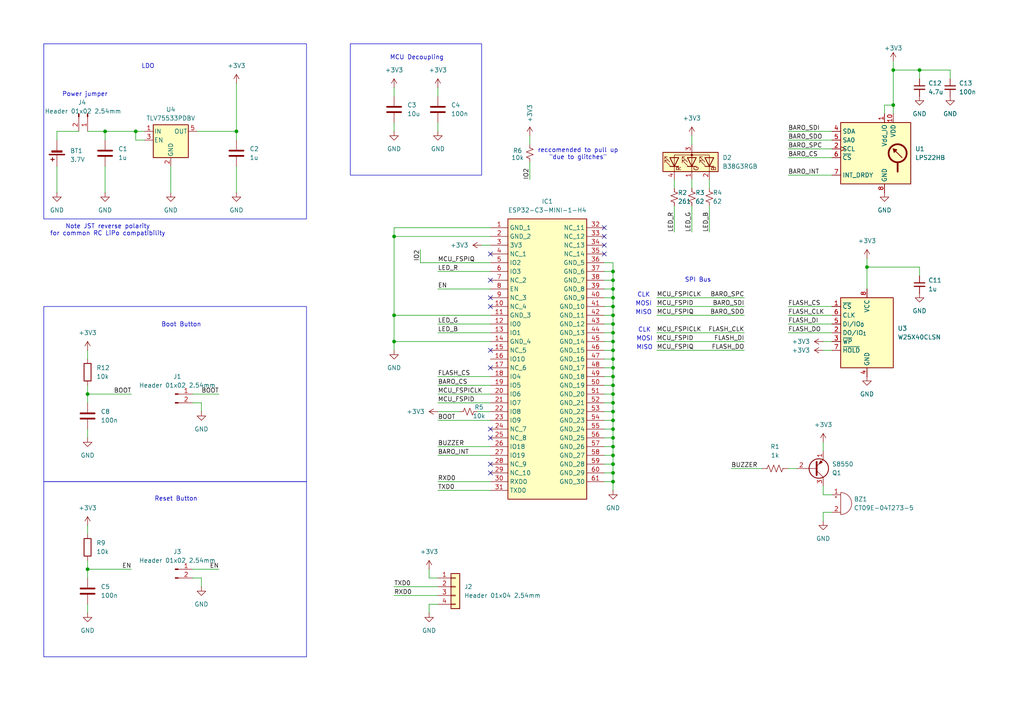
<source format=kicad_sch>
(kicad_sch (version 20250114) (generator "eeschema") (generator_version "9.0")
  (paper "A4")
  (lib_symbols
    (symbol "Connector:Conn_01x02_Pin" (pin_names (offset 1.016) (hide yes))
      (property "Reference" "J" (at 0 2.54 0))
      (property "Value" "Conn_01x02_Pin" (at 0 -5.08 0))
      (symbol "Conn_01x02_Pin_1_1"
        (rectangle (start 0.8636 0.127) (end 0 -0.127) (stroke (width 0.1524)) (fill (type outline)))
        (rectangle (start 0.8636 -2.413) (end 0 -2.667) (stroke (width 0.1524)) (fill (type outline)))
        (polyline (pts (xy 1.27 0) (xy 0.8636 0)) (stroke (width 0.1524)))
        (polyline (pts (xy 1.27 -2.54) (xy 0.8636 -2.54)) (stroke (width 0.1524)))
        (pin passive line (at 5.08 0 180) (length 3.81) (name "Pin_1") (number "1"))
        (pin passive line (at 5.08 -2.54 180) (length 3.81) (name "Pin_2") (number "2"))
      )
    )
    (symbol "Connector_Generic:Conn_01x04" (pin_names (offset 1.016) (hide yes))
      (property "Reference" "J" (at 0 5.08 0))
      (property "Value" "Conn_01x04" (at 0 -7.62 0))
      (symbol "Conn_01x04_1_1"
        (rectangle (start -1.27 3.81) (end 1.27 -6.35) (stroke (width 0.254)) (fill (type background)))
        (rectangle (start -1.27 2.667) (end 0 2.413) (stroke (width 0.1524)))
        (rectangle (start -1.27 0.127) (end 0 -0.127) (stroke (width 0.1524)))
        (rectangle (start -1.27 -2.413) (end 0 -2.667) (stroke (width 0.1524)))
        (rectangle (start -1.27 -4.953) (end 0 -5.207) (stroke (width 0.1524)))
        (pin passive line (at -5.08 2.54 0) (length 3.81) (name "Pin_1") (number "1"))
        (pin passive line (at -5.08 0 0) (length 3.81) (name "Pin_2") (number "2"))
        (pin passive line (at -5.08 -2.54 0) (length 3.81) (name "Pin_3") (number "3"))
        (pin passive line (at -5.08 -5.08 0) (length 3.81) (name "Pin_4") (number "4"))
      )
    )
    (symbol "Device:Battery_Cell" (pin_numbers (hide yes)) (pin_names (offset 0) (hide yes))
      (property "Reference" "BT" (at 2.54 2.54 0))
      (property "Value" "Battery_Cell" (at 2.54 0 0))
      (symbol "Battery_Cell_0_1"
        (rectangle (start -2.286 1.778) (end 2.286 1.524) (fill (type outline)))
        (rectangle (start -1.524 1.016) (end 1.524 0.508) (fill (type outline)))
        (polyline (pts (xy 0 1.778) (xy 0 2.54)))
        (polyline (pts (xy 0 0.762) (xy 0 0)))
        (polyline (pts (xy 0.762 3.048) (xy 1.778 3.048)) (stroke (width 0.254)))
        (polyline (pts (xy 1.27 3.556) (xy 1.27 2.54)) (stroke (width 0.254)))
      )
      (symbol "Battery_Cell_1_1"
        (pin passive line (at 0 5.08 270) (length 2.54) (name "+") (number "1"))
        (pin passive line (at 0 -2.54 90) (length 2.54) (name "-") (number "2"))
      )
    )
    (symbol "Device:Buzzer" (pin_names (offset 0.0254) (hide yes))
      (property "Reference" "BZ" (at 3.81 1.27 0))
      (property "Value" "Buzzer" (at 3.81 -1.27 0))
      (symbol "Buzzer_0_1"
        (polyline (pts (xy -1.651 1.905) (xy -1.143 1.905)))
        (polyline (pts (xy -1.397 2.159) (xy -1.397 1.651)))
        (arc (start 0 3.175) (mid 3.1612 0) (end 0 -3.175))
        (polyline (pts (xy 0 3.175) (xy 0 -3.175)))
      )
      (symbol "Buzzer_1_1"
        (pin passive line (at -2.54 2.54 0) (length 2.54) (name "+") (number "1"))
        (pin passive line (at -2.54 -2.54 0) (length 2.54) (name "-") (number "2"))
      )
    )
    (symbol "Device:C" (pin_numbers (hide yes)) (pin_names (offset 0.254))
      (property "Reference" "C" (at 0.635 2.54 0))
      (property "Value" "C" (at 0.635 -2.54 0))
      (symbol "C_0_1"
        (polyline (pts (xy -2.032 0.762) (xy 2.032 0.762)) (stroke (width 0.508)))
        (polyline (pts (xy -2.032 -0.762) (xy 2.032 -0.762)) (stroke (width 0.508)))
      )
      (symbol "C_1_1"
        (pin passive line (at 0 3.81 270) (length 2.794) (name "~") (number "1"))
        (pin passive line (at 0 -3.81 90) (length 2.794) (name "~") (number "2"))
      )
    )
    (symbol "Device:C_Small" (pin_numbers (hide yes)) (pin_names (offset 0.254) (hide yes))
      (property "Reference" "C" (at 0.254 1.778 0))
      (property "Value" "C_Small" (at 0.254 -2.032 0))
      (symbol "C_Small_0_1"
        (polyline (pts (xy -1.524 0.508) (xy 1.524 0.508)) (stroke (width 0.3048)))
        (polyline (pts (xy -1.524 -0.508) (xy 1.524 -0.508)) (stroke (width 0.3302)))
      )
      (symbol "C_Small_1_1"
        (pin passive line (at 0 2.54 270) (length 2.032) (name "~") (number "1"))
        (pin passive line (at 0 -2.54 90) (length 2.032) (name "~") (number "2"))
      )
    )
    (symbol "Device:LED_GBAR" (pin_names (offset 0) (hide yes))
      (property "Reference" "D" (at 0 9.398 0))
      (property "Value" "LED_GBAR" (at 0 -8.89 0))
      (symbol "LED_GBAR_0_0"
        (text "R" (at -1.905 3.81 0) (effects (font (size 1.27 1.27))))
        (text "G" (at -1.905 -1.27 0) (effects (font (size 1.27 1.27))))
        (text "B" (at -1.905 -6.35 0) (effects (font (size 1.27 1.27))))
      )
      (symbol "LED_GBAR_0_1"
        (polyline (pts (xy -1.27 6.35) (xy -1.27 3.81)) (stroke (width 0.254)))
        (polyline (pts (xy -1.27 6.35) (xy -1.27 3.81) (xy -1.27 3.81)))
        (polyline (pts (xy -1.27 5.08) (xy -2.54 5.08)))
        (polyline (pts (xy -1.27 5.08) (xy 1.27 5.08)))
        (polyline (pts (xy -1.27 1.27) (xy -1.27 -1.27)) (stroke (width 0.254)))
        (polyline (pts (xy -1.27 1.27) (xy -1.27 -1.27) (xy -1.27 -1.27)))
        (polyline (pts (xy -1.27 0) (xy -2.54 0)))
        (polyline (pts (xy -1.27 -3.81) (xy -1.27 -6.35)) (stroke (width 0.254)))
        (polyline (pts (xy -1.27 -5.08) (xy -2.54 -5.08)))
        (polyline (pts (xy -1.27 -5.08) (xy 1.27 -5.08)))
        (polyline (pts (xy -1.016 6.35) (xy 0.508 7.874) (xy -0.254 7.874) (xy 0.508 7.874) (xy 0.508 7.112)))
        (polyline (pts (xy -1.016 1.27) (xy 0.508 2.794) (xy -0.254 2.794) (xy 0.508 2.794) (xy 0.508 2.032)))
        (polyline (pts (xy -1.016 -3.81) (xy 0.508 -2.286) (xy -0.254 -2.286) (xy 0.508 -2.286) (xy 0.508 -3.048)))
        (polyline (pts (xy 0 6.35) (xy 1.524 7.874) (xy 0.762 7.874) (xy 1.524 7.874) (xy 1.524 7.112)))
        (polyline (pts (xy 0 1.27) (xy 1.524 2.794) (xy 0.762 2.794) (xy 1.524 2.794) (xy 1.524 2.032)))
        (polyline (pts (xy 0 -3.81) (xy 1.524 -2.286) (xy 0.762 -2.286) (xy 1.524 -2.286) (xy 1.524 -3.048)))
        (polyline (pts (xy 1.27 6.35) (xy 1.27 3.81) (xy -1.27 5.08) (xy 1.27 6.35)) (stroke (width 0.254)))
        (rectangle (start 1.27 6.35) (end 1.27 6.35))
        (rectangle (start 1.27 3.81) (end 1.27 6.35))
        (polyline (pts (xy 1.27 1.27) (xy 1.27 -1.27) (xy -1.27 0) (xy 1.27 1.27)) (stroke (width 0.254)))
        (rectangle (start 1.27 1.27) (end 1.27 1.27))
        (polyline (pts (xy 1.27 0) (xy -1.27 0)))
        (polyline (pts (xy 1.27 0) (xy 2.54 0)))
        (rectangle (start 1.27 -1.27) (end 1.27 1.27))
        (polyline (pts (xy 1.27 -3.81) (xy 1.27 -6.35) (xy -1.27 -5.08) (xy 1.27 -3.81)) (stroke (width 0.254)))
        (polyline (pts (xy 1.27 -5.08) (xy 2.032 -5.08) (xy 2.032 5.08) (xy 1.27 5.08)))
        (circle (center 2.032 0) (radius 0.254) (fill (type outline)))
        (rectangle (start 2.794 8.382) (end -2.794 -7.62) (stroke (width 0.254)) (fill (type background)))
      )
      (symbol "LED_GBAR_1_1"
        (pin passive line (at -5.08 5.08 0) (length 2.54) (name "RK") (number "4"))
        (pin passive line (at -5.08 0 0) (length 2.54) (name "GK") (number "1"))
        (pin passive line (at -5.08 -5.08 0) (length 2.54) (name "BK") (number "2"))
        (pin passive line (at 5.08 0 180) (length 2.54) (name "A") (number "3"))
      )
    )
    (symbol "Device:R" (pin_numbers (hide yes)) (pin_names (offset 0))
      (property "Reference" "R" (at 2.032 0 90))
      (property "Value" "R" (at 0 0 90))
      (symbol "R_0_1"
        (rectangle (start -1.016 -2.54) (end 1.016 2.54) (stroke (width 0.254)))
      )
      (symbol "R_1_1"
        (pin passive line (at 0 3.81 270) (length 1.27) (name "~") (number "1"))
        (pin passive line (at 0 -3.81 90) (length 1.27) (name "~") (number "2"))
      )
    )
    (symbol "Device:R_Small_US" (pin_numbers (hide yes)) (pin_names (offset 0.254) (hide yes))
      (property "Reference" "R" (at 0.762 0.508 0))
      (property "Value" "R_Small_US" (at 0.762 -1.016 0))
      (symbol "R_Small_US_1_1"
        (polyline (pts (xy 0 1.524) (xy 1.016 1.143) (xy 0 0.762) (xy -1.016 0.381) (xy 0 0)))
        (polyline (pts (xy 0 0) (xy 1.016 -0.381) (xy 0 -0.762) (xy -1.016 -1.143) (xy 0 -1.524)))
        (pin passive line (at 0 2.54 270) (length 1.016) (name "~") (number "1"))
        (pin passive line (at 0 -2.54 90) (length 1.016) (name "~") (number "2"))
      )
    )
    (symbol "Device:R_US" (pin_numbers (hide yes)) (pin_names (offset 0))
      (property "Reference" "R" (at 2.54 0 90))
      (property "Value" "R_US" (at -2.54 0 90))
      (symbol "R_US_0_1"
        (polyline (pts (xy 0 2.286) (xy 0 2.54)))
        (polyline (pts (xy 0 2.286) (xy 1.016 1.905) (xy 0 1.524) (xy -1.016 1.143) (xy 0 0.762)))
        (polyline (pts (xy 0 0.762) (xy 1.016 0.381) (xy 0 0) (xy -1.016 -0.381) (xy 0 -0.762)))
        (polyline (pts (xy 0 -0.762) (xy 1.016 -1.143) (xy 0 -1.524) (xy -1.016 -1.905) (xy 0 -2.286)))
        (polyline (pts (xy 0 -2.286) (xy 0 -2.54)))
      )
      (symbol "R_US_1_1"
        (pin passive line (at 0 3.81 270) (length 1.27) (name "~") (number "1"))
        (pin passive line (at 0 -3.81 90) (length 1.27) (name "~") (number "2"))
      )
    )
    (symbol "ESP32-C3-MINI-1-H4:ESP32-C3-MINI-1-H4"
      (property "Reference" "IC" (at 29.21 7.62 0))
      (property "Value" "ESP32-C3-MINI-1-H4" (at 29.21 5.08 0))
      (symbol "ESP32-C3-MINI-1-H4_1_1"
        (rectangle (start 5.08 2.54) (end 27.94 -78.74) (stroke (width 0.254)) (fill (type background)))
        (pin passive line (at 0 0 0) (length 5.08) (name "GND_1") (number "1"))
        (pin passive line (at 0 -2.54 0) (length 5.08) (name "GND_2") (number "2"))
        (pin passive line (at 0 -5.08 0) (length 5.08) (name "3V3") (number "3"))
        (pin passive line (at 0 -7.62 0) (length 5.08) (name "NC_1") (number "4"))
        (pin passive line (at 0 -10.16 0) (length 5.08) (name "IO2") (number "5"))
        (pin passive line (at 0 -12.7 0) (length 5.08) (name "IO3") (number "6"))
        (pin passive line (at 0 -15.24 0) (length 5.08) (name "NC_2") (number "7"))
        (pin passive line (at 0 -17.78 0) (length 5.08) (name "EN") (number "8"))
        (pin passive line (at 0 -20.32 0) (length 5.08) (name "NC_3") (number "9"))
        (pin passive line (at 0 -22.86 0) (length 5.08) (name "NC_4") (number "10"))
        (pin passive line (at 0 -25.4 0) (length 5.08) (name "GND_3") (number "11"))
        (pin passive line (at 0 -27.94 0) (length 5.08) (name "IO0") (number "12"))
        (pin passive line (at 0 -30.48 0) (length 5.08) (name "IO1") (number "13"))
        (pin passive line (at 0 -33.02 0) (length 5.08) (name "GND_4") (number "14"))
        (pin passive line (at 0 -35.56 0) (length 5.08) (name "NC_5") (number "15"))
        (pin passive line (at 0 -38.1 0) (length 5.08) (name "IO10") (number "16"))
        (pin passive line (at 0 -40.64 0) (length 5.08) (name "NC_6") (number "17"))
        (pin passive line (at 0 -43.18 0) (length 5.08) (name "IO4") (number "18"))
        (pin passive line (at 0 -45.72 0) (length 5.08) (name "IO5") (number "19"))
        (pin passive line (at 0 -48.26 0) (length 5.08) (name "IO6") (number "20"))
        (pin passive line (at 0 -50.8 0) (length 5.08) (name "IO7") (number "21"))
        (pin passive line (at 0 -53.34 0) (length 5.08) (name "IO8") (number "22"))
        (pin passive line (at 0 -55.88 0) (length 5.08) (name "IO9") (number "23"))
        (pin passive line (at 0 -58.42 0) (length 5.08) (name "NC_7") (number "24"))
        (pin passive line (at 0 -60.96 0) (length 5.08) (name "NC_8") (number "25"))
        (pin passive line (at 0 -63.5 0) (length 5.08) (name "IO18") (number "26"))
        (pin passive line (at 0 -66.04 0) (length 5.08) (name "IO19") (number "27"))
        (pin passive line (at 0 -68.58 0) (length 5.08) (name "NC_9") (number "28"))
        (pin passive line (at 0 -71.12 0) (length 5.08) (name "NC_10") (number "29"))
        (pin passive line (at 0 -73.66 0) (length 5.08) (name "RXD0") (number "30"))
        (pin passive line (at 0 -76.2 0) (length 5.08) (name "TXD0") (number "31"))
        (pin passive line (at 33.02 0 180) (length 5.08) (name "NC_11") (number "32"))
        (pin passive line (at 33.02 -2.54 180) (length 5.08) (name "NC_12") (number "33"))
        (pin passive line (at 33.02 -5.08 180) (length 5.08) (name "NC_13") (number "34"))
        (pin passive line (at 33.02 -7.62 180) (length 5.08) (name "NC_14") (number "35"))
        (pin passive line (at 33.02 -10.16 180) (length 5.08) (name "GND_5") (number "36"))
        (pin passive line (at 33.02 -12.7 180) (length 5.08) (name "GND_6") (number "37"))
        (pin passive line (at 33.02 -15.24 180) (length 5.08) (name "GND_7") (number "38"))
        (pin passive line (at 33.02 -17.78 180) (length 5.08) (name "GND_8") (number "39"))
        (pin passive line (at 33.02 -20.32 180) (length 5.08) (name "GND_9") (number "40"))
        (pin passive line (at 33.02 -22.86 180) (length 5.08) (name "GND_10") (number "41"))
        (pin passive line (at 33.02 -25.4 180) (length 5.08) (name "GND_11") (number "42"))
        (pin passive line (at 33.02 -27.94 180) (length 5.08) (name "GND_12") (number "43"))
        (pin passive line (at 33.02 -30.48 180) (length 5.08) (name "GND_13") (number "44"))
        (pin passive line (at 33.02 -33.02 180) (length 5.08) (name "GND_14") (number "45"))
        (pin passive line (at 33.02 -35.56 180) (length 5.08) (name "GND_15") (number "46"))
        (pin passive line (at 33.02 -38.1 180) (length 5.08) (name "GND_16") (number "47"))
        (pin passive line (at 33.02 -40.64 180) (length 5.08) (name "GND_17") (number "48"))
        (pin passive line (at 33.02 -43.18 180) (length 5.08) (name "GND_18") (number "49"))
        (pin passive line (at 33.02 -45.72 180) (length 5.08) (name "GND_19") (number "50"))
        (pin passive line (at 33.02 -48.26 180) (length 5.08) (name "GND_20") (number "51"))
        (pin passive line (at 33.02 -50.8 180) (length 5.08) (name "GND_21") (number "52"))
        (pin passive line (at 33.02 -53.34 180) (length 5.08) (name "GND_22") (number "53"))
        (pin passive line (at 33.02 -55.88 180) (length 5.08) (name "GND_23") (number "54"))
        (pin passive line (at 33.02 -58.42 180) (length 5.08) (name "GND_24") (number "55"))
        (pin passive line (at 33.02 -60.96 180) (length 5.08) (name "GND_25") (number "56"))
        (pin passive line (at 33.02 -63.5 180) (length 5.08) (name "GND_26") (number "57"))
        (pin passive line (at 33.02 -66.04 180) (length 5.08) (name "GND_27") (number "58"))
        (pin passive line (at 33.02 -68.58 180) (length 5.08) (name "GND_28") (number "59"))
        (pin passive line (at 33.02 -71.12 180) (length 5.08) (name "GND_29") (number "60"))
        (pin passive line (at 33.02 -73.66 180) (length 5.08) (name "GND_30") (number "61"))
      )
    )
    (symbol "Memory_Flash:W25X40CLSN"
      (property "Reference" "U" (at -7.62 10.668 0))
      (property "Value" "W25X40CLSN" (at 2.54 10.668 0))
      (symbol "W25X40CLSN_0_1"
        (rectangle (start -7.62 10.16) (end 7.62 -10.16) (stroke (width 0.254)) (fill (type background)))
      )
      (symbol "W25X40CLSN_1_1"
        (pin input line (at -10.16 7.62 0) (length 2.54) (name "~{CS}") (number "1"))
        (pin input line (at -10.16 5.08 0) (length 2.54) (name "CLK") (number "6"))
        (pin bidirectional line (at -10.16 2.54 0) (length 2.54) (name "DI/IO_{0}") (number "5"))
        (pin bidirectional line (at -10.16 0 0) (length 2.54) (name "DO/IO_{1}") (number "2"))
        (pin bidirectional line (at -10.16 -2.54 0) (length 2.54) (name "~{WP}") (number "3"))
        (pin bidirectional line (at -10.16 -5.08 0) (length 2.54) (name "~{HOLD}") (number "7"))
        (pin power_in line (at 0 12.7 270) (length 2.54) (name "VCC") (number "8"))
        (pin power_in line (at 0 -12.7 90) (length 2.54) (name "GND") (number "4"))
      )
    )
    (symbol "Regulator_Linear:TLV75533PDBV" (pin_names (offset 0.254))
      (property "Reference" "U" (at -3.81 5.715 0))
      (property "Value" "TLV75533PDBV" (at 0 5.715 0))
      (symbol "TLV75533PDBV_0_1"
        (rectangle (start -5.08 4.445) (end 5.08 -5.08) (stroke (width 0.254)) (fill (type background)))
      )
      (symbol "TLV75533PDBV_1_1"
        (pin power_in line (at -7.62 2.54 0) (length 2.54) (name "IN") (number "1"))
        (pin input line (at -7.62 0 0) (length 2.54) (name "EN") (number "3"))
        (pin power_in line (at 0 -7.62 90) (length 2.54) (name "GND") (number "2"))
        (pin no_connect line (at 5.08 0 180) (length 2.54) (hide yes) (name "NC") (number "4"))
        (pin power_out line (at 7.62 2.54 180) (length 2.54) (name "OUT") (number "5"))
      )
    )
    (symbol "Sensor_Pressure:LPS22HB"
      (property "Reference" "U" (at -11.43 1.27 0))
      (property "Value" "LPS22HB" (at -11.43 -1.27 0))
      (symbol "LPS22HB_0_1"
        (rectangle (start -10.16 10.16) (end 10.16 -7.62) (stroke (width 0.254)) (fill (type background)))
        (polyline (pts (xy -7.62 0) (xy -5.08 2.54)) (stroke (width 0.254)))
        (circle (center -6.35 1.27) (radius 2.6162) (stroke (width 0.508)))
        (polyline (pts (xy -6.35 -1.524) (xy -6.35 -4.064)) (stroke (width 0.508)))
        (polyline (pts (xy -5.08 2.54) (xy -5.334 1.524) (xy -6.096 2.286) (xy -5.08 2.54)) (stroke (width 0.254)) (fill (type outline)))
      )
      (symbol "LPS22HB_1_1"
        (pin power_in line (at -5.08 12.7 270) (length 2.54) (name "VDD") (number "10"))
        (pin power_in line (at -2.54 12.7 270) (length 2.54) (name "Vdd_IO") (number "1"))
        (pin passive line (at -2.54 -10.16 90) (length 2.54) (hide yes) (name "GND") (number "3"))
        (pin power_in line (at -2.54 -10.16 90) (length 2.54) (name "GND") (number "8"))
        (pin passive line (at -2.54 -10.16 90) (length 2.54) (hide yes) (name "GND") (number "9"))
        (pin bidirectional line (at 12.7 7.62 180) (length 2.54) (name "SDA") (number "4"))
        (pin input line (at 12.7 5.08 180) (length 2.54) (name "SA0") (number "5"))
        (pin input clock (at 12.7 2.54 180) (length 2.54) (name "SCL") (number "2"))
        (pin input line (at 12.7 0 180) (length 2.54) (name "~{CS}") (number "6"))
        (pin output line (at 12.7 -5.08 180) (length 2.54) (name "INT_DRDY") (number "7"))
      )
    )
    (symbol "Transistor_BJT:Q_PNP_EBC" (pin_names (offset 0) (hide yes))
      (property "Reference" "Q" (at 5.08 1.27 0))
      (property "Value" "Q_PNP_EBC" (at 5.08 -1.27 0))
      (symbol "Q_PNP_EBC_0_1"
        (polyline (pts (xy -2.54 0) (xy 0.635 0)))
        (polyline (pts (xy 0.635 1.905) (xy 0.635 -1.905)) (stroke (width 0.508)))
        (polyline (pts (xy 0.635 0.635) (xy 2.54 2.54)))
        (polyline (pts (xy 0.635 -0.635) (xy 2.54 -2.54)))
        (circle (center 1.27 0) (radius 2.8194) (stroke (width 0.254)))
        (polyline (pts (xy 2.286 -1.778) (xy 1.778 -2.286) (xy 1.27 -1.27) (xy 2.286 -1.778)) (fill (type outline)))
      )
      (symbol "Q_PNP_EBC_1_1"
        (pin input line (at -5.08 0 0) (length 2.54) (name "B") (number "2"))
        (pin passive line (at 2.54 5.08 270) (length 2.54) (name "C") (number "3"))
        (pin passive line (at 2.54 -5.08 90) (length 2.54) (name "E") (number "1"))
      )
    )
    (symbol "power:+3V3" (power) (pin_numbers (hide yes)) (pin_names (offset 0) (hide yes))
      (property "Value" "+3V3" (at 0 3.556 0))
      (symbol "+3V3_0_1"
        (polyline (pts (xy -0.762 1.27) (xy 0 2.54)))
        (polyline (pts (xy 0 2.54) (xy 0.762 1.27)))
        (polyline (pts (xy 0 0) (xy 0 2.54)))
      )
      (symbol "+3V3_1_1"
        (pin power_in line (at 0 0 90) (length 0) (name "~") (number "1"))
      )
    )
    (symbol "power:GND" (power) (pin_numbers (hide yes)) (pin_names (offset 0) (hide yes))
      (property "Value" "GND" (at 0 -3.81 0))
      (symbol "GND_0_1"
        (polyline (pts (xy 0 0) (xy 0 -1.27) (xy 1.27 -1.27) (xy 0 -2.54) (xy -1.27 -1.27) (xy 0 -1.27)))
      )
      (symbol "GND_1_1"
        (pin power_in line (at 0 0 270) (length 0) (name "~") (number "1"))
      )
    )
  )
  (rectangle (start 12.7 88.9) (end 88.9 139.7))
  (rectangle (start 12.7 139.7) (end 88.9 190.5))
  (rectangle (start 101.6 12.7) (end 139.7 50.8))
  (rectangle (start 12.7 12.7) (end 88.9 63.5))
  (text "Reset Button" (at 51.054 144.78 0) (effects (font (size 1.27 1.27))))
  (text "SPI Bus" (at 202.438 81.28 0) (effects (font (size 1.27 1.27))))
  (text "MISO" (at 186.69 90.678 0) (effects (font (size 1.27 1.27))))
  (text "LDO" (at 42.926 19.304 0) (effects (font (size 1.27 1.27))))
  (text "Power jumper" (at 24.638 27.432 0) (effects (font (size 1.27 1.27))))
  (text "Boot Button" (at 52.578 94.234 0) (effects (font (size 1.27 1.27))))
  (text "reccomended to pull up\n\"due to glitches\"" (at 167.64 44.704 0) (effects (font (size 1.27 1.27))))
  (text "MISO" (at 186.944 100.838 0) (effects (font (size 1.27 1.27))))
  (text "Note JST reverse polarity\nfor common RC LiPo compatibility" (at 31.242 66.802 0) (effects (font (size 1.27 1.27))))
  (text "CLK" (at 186.944 95.758 0) (effects (font (size 1.27 1.27))))
  (text "MOSI" (at 186.69 88.138 0) (effects (font (size 1.27 1.27))))
  (text "MOSI" (at 186.944 98.298 0) (effects (font (size 1.27 1.27))))
  (text "MCU Decoupling" (at 120.904 16.764 0) (effects (font (size 1.27 1.27))))
  (text "CLK" (at 186.69 85.598 0) (effects (font (size 1.27 1.27))))
  (junction (at 177.8 139.7))
  (junction (at 177.8 101.6))
  (junction (at 25.4 114.3))
  (junction (at 114.3 68.58))
  (junction (at 177.8 119.38))
  (junction (at 177.8 81.28))
  (junction (at 251.46 77.47))
  (junction (at 177.8 86.36))
  (junction (at 177.8 96.52))
  (junction (at 177.8 132.08))
  (junction (at 177.8 116.84))
  (junction (at 114.3 91.44))
  (junction (at 177.8 78.74))
  (junction (at 30.48 38.1))
  (junction (at 177.8 99.06))
  (junction (at 177.8 83.82))
  (junction (at 177.8 93.98))
  (junction (at 68.58 38.1))
  (junction (at 177.8 127))
  (junction (at 177.8 114.3))
  (junction (at 177.8 134.62))
  (junction (at 177.8 121.92))
  (junction (at 177.8 129.54))
  (junction (at 25.4 165.1))
  (junction (at 177.8 88.9))
  (junction (at 177.8 106.68))
  (junction (at 177.8 109.22))
  (junction (at 266.7 20.32))
  (junction (at 177.8 137.16))
  (junction (at 177.8 91.44))
  (junction (at 177.8 124.46))
  (junction (at 39.37 38.1))
  (junction (at 177.8 111.76))
  (junction (at 259.08 30.48))
  (junction (at 114.3 99.06))
  (junction (at 259.08 20.32))
  (junction (at 177.8 104.14))
  (no_connect (at 175.26 71.12))
  (no_connect (at 142.24 127))
  (no_connect (at 142.24 81.28))
  (no_connect (at 142.24 124.46))
  (no_connect (at 142.24 134.62))
  (no_connect (at 142.24 86.36))
  (no_connect (at 142.24 106.68))
  (no_connect (at 142.24 101.6))
  (no_connect (at 175.26 73.66))
  (no_connect (at 175.26 66.04))
  (no_connect (at 175.26 68.58))
  (no_connect (at 142.24 137.16))
  (no_connect (at 142.24 73.66))
  (no_connect (at 142.24 88.9))
  (wire (pts (xy 16.51 40.64) (xy 16.51 38.1)))
  (wire (pts (xy 121.92 72.39) (xy 121.92 76.2)))
  (wire (pts (xy 114.3 99.06) (xy 142.24 99.06)))
  (wire (pts (xy 175.26 104.14) (xy 177.8 104.14)))
  (wire (pts (xy 175.26 86.36) (xy 177.8 86.36)))
  (wire (pts (xy 177.8 88.9) (xy 177.8 86.36)))
  (wire (pts (xy 124.46 167.64) (xy 127 167.64)))
  (wire (pts (xy 30.48 38.1) (xy 39.37 38.1)))
  (wire (pts (xy 266.7 80.01) (xy 266.7 77.47)))
  (wire (pts (xy 266.7 20.32) (xy 266.7 22.86)))
  (wire (pts (xy 124.46 177.8) (xy 124.46 175.26)))
  (wire (pts (xy 25.4 111.76) (xy 25.4 114.3)))
  (wire (pts (xy 127 35.56) (xy 127 38.1)))
  (wire (pts (xy 259.08 20.32) (xy 259.08 30.48)))
  (wire (pts (xy 58.42 167.64) (xy 55.88 167.64)))
  (wire (pts (xy 238.76 148.59) (xy 241.3 148.59)))
  (wire (pts (xy 138.43 119.38) (xy 142.24 119.38)))
  (wire (pts (xy 177.8 93.98) (xy 177.8 91.44)))
  (wire (pts (xy 127 116.84) (xy 142.24 116.84)))
  (wire (pts (xy 177.8 124.46) (xy 177.8 121.92)))
  (wire (pts (xy 228.6 43.18) (xy 241.3 43.18)))
  (wire (pts (xy 39.37 38.1) (xy 41.91 38.1)))
  (wire (pts (xy 124.46 175.26) (xy 127 175.26)))
  (wire (pts (xy 127 93.98) (xy 142.24 93.98)))
  (wire (pts (xy 175.26 78.74) (xy 177.8 78.74)))
  (wire (pts (xy 153.67 39.37) (xy 153.67 41.91)))
  (wire (pts (xy 177.8 106.68) (xy 177.8 104.14)))
  (wire (pts (xy 228.6 93.98) (xy 241.3 93.98)))
  (wire (pts (xy 195.58 52.07) (xy 195.58 54.61)))
  (wire (pts (xy 190.5 96.52) (xy 215.9 96.52)))
  (wire (pts (xy 266.7 77.47) (xy 251.46 77.47)))
  (wire (pts (xy 205.74 59.69) (xy 205.74 67.31)))
  (wire (pts (xy 55.88 165.1) (xy 63.5 165.1)))
  (wire (pts (xy 114.3 91.44) (xy 142.24 91.44)))
  (wire (pts (xy 58.42 116.84) (xy 55.88 116.84)))
  (wire (pts (xy 177.8 91.44) (xy 177.8 88.9)))
  (wire (pts (xy 200.66 59.69) (xy 200.66 67.31)))
  (wire (pts (xy 114.3 99.06) (xy 114.3 101.6)))
  (wire (pts (xy 127 129.54) (xy 142.24 129.54)))
  (wire (pts (xy 58.42 170.18) (xy 58.42 167.64)))
  (wire (pts (xy 238.76 128.27) (xy 238.76 130.81)))
  (wire (pts (xy 177.8 86.36) (xy 177.8 83.82)))
  (wire (pts (xy 190.5 91.44) (xy 215.9 91.44)))
  (wire (pts (xy 177.8 121.92) (xy 177.8 119.38)))
  (wire (pts (xy 238.76 101.6) (xy 241.3 101.6)))
  (wire (pts (xy 177.8 114.3) (xy 177.8 111.76)))
  (wire (pts (xy 127 139.7) (xy 142.24 139.7)))
  (wire (pts (xy 25.4 101.6) (xy 25.4 104.14)))
  (wire (pts (xy 25.4 175.26) (xy 25.4 177.8)))
  (wire (pts (xy 175.26 137.16) (xy 177.8 137.16)))
  (wire (pts (xy 68.58 24.13) (xy 68.58 38.1)))
  (wire (pts (xy 177.8 139.7) (xy 177.8 137.16)))
  (wire (pts (xy 177.8 119.38) (xy 177.8 116.84)))
  (wire (pts (xy 177.8 76.2) (xy 175.26 76.2)))
  (wire (pts (xy 175.26 124.46) (xy 177.8 124.46)))
  (wire (pts (xy 259.08 30.48) (xy 259.08 33.02)))
  (wire (pts (xy 251.46 74.93) (xy 251.46 77.47)))
  (wire (pts (xy 212.09 135.89) (xy 220.98 135.89)))
  (wire (pts (xy 177.8 81.28) (xy 177.8 78.74)))
  (wire (pts (xy 114.3 68.58) (xy 114.3 91.44)))
  (wire (pts (xy 228.6 45.72) (xy 241.3 45.72)))
  (wire (pts (xy 30.48 38.1) (xy 30.48 40.64)))
  (wire (pts (xy 175.26 83.82) (xy 177.8 83.82)))
  (wire (pts (xy 259.08 17.78) (xy 259.08 20.32)))
  (wire (pts (xy 228.6 40.64) (xy 241.3 40.64)))
  (wire (pts (xy 39.37 40.64) (xy 39.37 38.1)))
  (wire (pts (xy 68.58 48.26) (xy 68.58 55.88)))
  (wire (pts (xy 177.8 78.74) (xy 177.8 76.2)))
  (wire (pts (xy 25.4 165.1) (xy 25.4 167.64)))
  (wire (pts (xy 175.26 127) (xy 177.8 127)))
  (wire (pts (xy 177.8 96.52) (xy 177.8 93.98)))
  (wire (pts (xy 114.3 66.04) (xy 142.24 66.04)))
  (wire (pts (xy 114.3 170.18) (xy 127 170.18)))
  (wire (pts (xy 175.26 99.06) (xy 177.8 99.06)))
  (wire (pts (xy 175.26 132.08) (xy 177.8 132.08)))
  (wire (pts (xy 238.76 143.51) (xy 241.3 143.51)))
  (wire (pts (xy 49.53 48.26) (xy 49.53 55.88)))
  (wire (pts (xy 127 114.3) (xy 142.24 114.3)))
  (wire (pts (xy 114.3 66.04) (xy 114.3 68.58)))
  (wire (pts (xy 25.4 38.1) (xy 30.48 38.1)))
  (wire (pts (xy 175.26 88.9) (xy 177.8 88.9)))
  (wire (pts (xy 177.8 83.82) (xy 177.8 81.28)))
  (wire (pts (xy 190.5 99.06) (xy 215.9 99.06)))
  (wire (pts (xy 55.88 114.3) (xy 63.5 114.3)))
  (wire (pts (xy 175.26 91.44) (xy 177.8 91.44)))
  (wire (pts (xy 200.66 52.07) (xy 200.66 54.61)))
  (wire (pts (xy 121.92 76.2) (xy 142.24 76.2)))
  (wire (pts (xy 251.46 77.47) (xy 251.46 83.82)))
  (wire (pts (xy 238.76 99.06) (xy 241.3 99.06)))
  (wire (pts (xy 177.8 111.76) (xy 177.8 109.22)))
  (wire (pts (xy 127 96.52) (xy 142.24 96.52)))
  (wire (pts (xy 30.48 48.26) (xy 30.48 55.88)))
  (wire (pts (xy 175.26 109.22) (xy 177.8 109.22)))
  (wire (pts (xy 266.7 20.32) (xy 259.08 20.32)))
  (wire (pts (xy 142.24 83.82) (xy 127 83.82)))
  (wire (pts (xy 114.3 91.44) (xy 114.3 99.06)))
  (wire (pts (xy 238.76 140.97) (xy 238.76 143.51)))
  (wire (pts (xy 190.5 86.36) (xy 215.9 86.36)))
  (wire (pts (xy 175.26 121.92) (xy 177.8 121.92)))
  (wire (pts (xy 228.6 50.8) (xy 241.3 50.8)))
  (wire (pts (xy 205.74 52.07) (xy 205.74 54.61)))
  (wire (pts (xy 177.8 132.08) (xy 177.8 129.54)))
  (wire (pts (xy 175.26 114.3) (xy 177.8 114.3)))
  (wire (pts (xy 127 119.38) (xy 133.35 119.38)))
  (wire (pts (xy 175.26 139.7) (xy 177.8 139.7)))
  (wire (pts (xy 190.5 88.9) (xy 215.9 88.9)))
  (wire (pts (xy 114.3 35.56) (xy 114.3 38.1)))
  (wire (pts (xy 177.8 129.54) (xy 177.8 127)))
  (wire (pts (xy 127 132.08) (xy 142.24 132.08)))
  (wire (pts (xy 68.58 40.64) (xy 68.58 38.1)))
  (wire (pts (xy 25.4 162.56) (xy 25.4 165.1)))
  (wire (pts (xy 177.8 101.6) (xy 177.8 99.06)))
  (wire (pts (xy 127 25.4) (xy 127 27.94)))
  (wire (pts (xy 114.3 68.58) (xy 142.24 68.58)))
  (wire (pts (xy 228.6 91.44) (xy 241.3 91.44)))
  (wire (pts (xy 177.8 142.24) (xy 177.8 139.7)))
  (wire (pts (xy 195.58 59.69) (xy 195.58 67.31)))
  (wire (pts (xy 256.54 30.48) (xy 259.08 30.48)))
  (wire (pts (xy 175.26 96.52) (xy 177.8 96.52)))
  (wire (pts (xy 25.4 152.4) (xy 25.4 154.94)))
  (wire (pts (xy 175.26 101.6) (xy 177.8 101.6)))
  (wire (pts (xy 127 142.24) (xy 142.24 142.24)))
  (wire (pts (xy 57.15 38.1) (xy 68.58 38.1)))
  (wire (pts (xy 127 78.74) (xy 142.24 78.74)))
  (wire (pts (xy 275.59 20.32) (xy 266.7 20.32)))
  (wire (pts (xy 228.6 88.9) (xy 241.3 88.9)))
  (wire (pts (xy 228.6 96.52) (xy 241.3 96.52)))
  (wire (pts (xy 177.8 127) (xy 177.8 124.46)))
  (wire (pts (xy 25.4 165.1) (xy 38.1 165.1)))
  (wire (pts (xy 25.4 124.46) (xy 25.4 127)))
  (wire (pts (xy 175.26 111.76) (xy 177.8 111.76)))
  (wire (pts (xy 177.8 109.22) (xy 177.8 106.68)))
  (wire (pts (xy 175.26 119.38) (xy 177.8 119.38)))
  (wire (pts (xy 58.42 119.38) (xy 58.42 116.84)))
  (wire (pts (xy 177.8 134.62) (xy 177.8 132.08)))
  (wire (pts (xy 16.51 48.26) (xy 16.51 55.88)))
  (wire (pts (xy 228.6 135.89) (xy 231.14 135.89)))
  (wire (pts (xy 41.91 40.64) (xy 39.37 40.64)))
  (wire (pts (xy 127 121.92) (xy 142.24 121.92)))
  (wire (pts (xy 175.26 106.68) (xy 177.8 106.68)))
  (wire (pts (xy 175.26 134.62) (xy 177.8 134.62)))
  (wire (pts (xy 25.4 114.3) (xy 25.4 116.84)))
  (wire (pts (xy 175.26 93.98) (xy 177.8 93.98)))
  (wire (pts (xy 124.46 165.1) (xy 124.46 167.64)))
  (wire (pts (xy 127 111.76) (xy 142.24 111.76)))
  (wire (pts (xy 275.59 22.86) (xy 275.59 20.32)))
  (wire (pts (xy 175.26 116.84) (xy 177.8 116.84)))
  (wire (pts (xy 127 109.22) (xy 142.24 109.22)))
  (wire (pts (xy 114.3 25.4) (xy 114.3 27.94)))
  (wire (pts (xy 228.6 38.1) (xy 241.3 38.1)))
  (wire (pts (xy 153.67 46.99) (xy 153.67 52.07)))
  (wire (pts (xy 25.4 114.3) (xy 38.1 114.3)))
  (wire (pts (xy 190.5 101.6) (xy 215.9 101.6)))
  (wire (pts (xy 114.3 172.72) (xy 127 172.72)))
  (wire (pts (xy 177.8 104.14) (xy 177.8 101.6)))
  (wire (pts (xy 175.26 129.54) (xy 177.8 129.54)))
  (wire (pts (xy 256.54 30.48) (xy 256.54 33.02)))
  (wire (pts (xy 177.8 137.16) (xy 177.8 134.62)))
  (wire (pts (xy 200.66 39.37) (xy 200.66 41.91)))
  (wire (pts (xy 139.7 71.12) (xy 142.24 71.12)))
  (wire (pts (xy 177.8 99.06) (xy 177.8 96.52)))
  (wire (pts (xy 16.51 38.1) (xy 22.86 38.1)))
  (wire (pts (xy 177.8 116.84) (xy 177.8 114.3)))
  (wire (pts (xy 175.26 81.28) (xy 177.8 81.28)))
  (wire (pts (xy 238.76 151.13) (xy 238.76 148.59)))
  (label "BARO_CS" (at 228.6 45.72 0))
  (label "TXD0" (at 114.3 170.18 0))
  (label "IO2" (at 121.92 72.39 270))
  (label "FLASH_DI" (at 228.6 93.98 0))
  (label "BARO_CS" (at 127 111.76 0))
  (label "IO2" (at 153.67 52.07 90))
  (label "TXD0" (at 127 142.24 0))
  (label "BARO_SDI" (at 228.6 38.1 0))
  (label "MCU_FSPIQ" (at 190.5 91.44 0))
  (label "MCU_FSPICLK" (at 190.5 96.52 0))
  (label "BARO_SDI" (at 215.9 88.9 180))
  (label "EN" (at 127 83.82 0))
  (label "LED_R" (at 195.58 67.31 90))
  (label "FLASH_DI" (at 215.9 99.06 180))
  (label "BARO_INT" (at 127 132.08 0))
  (label "LED_B" (at 205.74 67.31 90))
  (label "MCU_FSPID" (at 190.5 88.9 0))
  (label "FLASH_CS" (at 228.6 88.9 0))
  (label "BARO_SPC" (at 228.6 43.18 0))
  (label "FLASH_CLK" (at 228.6 91.44 0))
  (label "BOOT" (at 63.5 114.3 180))
  (label "EN" (at 63.5 165.1 180))
  (label "BOOT" (at 127 121.92 0))
  (label "MCU_FSPID" (at 127 116.84 0))
  (label "MCU_FSPICLK" (at 190.5 86.36 0))
  (label "MCU_FSPID" (at 190.5 99.06 0))
  (label "MCU_FSPIQ" (at 127 76.2 0))
  (label "BUZZER" (at 127 129.54 0))
  (label "BARO_SDO" (at 228.6 40.64 0))
  (label "BARO_SPC" (at 215.9 86.36 180))
  (label "EN" (at 38.1 165.1 180))
  (label "MCU_FSPIQ" (at 190.5 101.6 0))
  (label "FLASH_CS" (at 127 109.22 0))
  (label "BOOT" (at 38.1 114.3 180))
  (label "LED_R" (at 127 78.74 0))
  (label "RXD0" (at 127 139.7 0))
  (label "LED_G" (at 200.66 67.31 90))
  (label "MCU_FSPICLK" (at 127 114.3 0))
  (label "BARO_INT" (at 228.6 50.8 0))
  (label "FLASH_DO" (at 215.9 101.6 180))
  (label "FLASH_DO" (at 228.6 96.52 0))
  (label "FLASH_CLK" (at 215.9 96.52 180))
  (label "RXD0" (at 114.3 172.72 0))
  (label "BUZZER" (at 212.09 135.89 0))
  (label "BARO_SDO" (at 215.9 91.44 180))
  (label "LED_B" (at 127 96.52 0))
  (label "LED_G" (at 127 93.98 0))
  (symbol (lib_id "power:+3V3") (at 139.7 71.12 90) (unit 1)
    (property "Reference" "#PWR04" (effects (hide yes)))
    (property "Value" "+3V3" (at 135.89 71.1199 90) (effects (justify left)))
    (property "Description" "Power symbol creates a global label with name \"+3V3\"" (effects (hide yes)))
  )
  (symbol (lib_id "power:+3V3") (at 238.76 101.6 90) (unit 1)
    (property "Reference" "#PWR034" (effects (hide yes)))
    (property "Value" "+3V3" (at 234.95 101.5999 90) (effects (justify left)))
    (property "Description" "Power symbol creates a global label with name \"+3V3\"" (effects (hide yes)))
  )
  (symbol (lib_id "Device:C") (at 25.4 171.45 0) (unit 1)
    (property "Reference" "C5" (at 29.21 170.1799 0) (effects (justify left)))
    (property "Value" "100n" (at 29.21 172.7199 0) (effects (justify left)))
    (property "Footprint" "Capacitor_SMD:C_0603_1608Metric" (effects (hide yes)))
    (property "Description" "Unpolarized capacitor" (effects (hide yes)))
  )
  (symbol (lib_id "power:GND") (at 25.4 127 0) (unit 1)
    (property "Reference" "#PWR027" (effects (hide yes)))
    (property "Value" "GND" (at 25.4 132.08 0))
    (property "Description" "Power symbol creates a global label with name \"GND\" , ground" (effects (hide yes)))
  )
  (symbol (lib_id "power:+3V3") (at 259.08 17.78 0) (unit 1)
    (property "Reference" "#PWR012" (effects (hide yes)))
    (property "Value" "+3V3" (at 259.08 13.97 0))
    (property "Description" "Power symbol creates a global label with name \"+3V3\"" (effects (hide yes)))
  )
  (symbol (lib_id "Device:R_US") (at 224.79 135.89 90) (unit 1)
    (property "Reference" "R1" (at 224.79 129.54 90))
    (property "Value" "1k" (at 224.79 132.08 90))
    (property "Footprint" "Resistor_SMD:R_0603_1608Metric" (effects (hide yes)))
    (property "Description" "Resistor, US symbol" (effects (hide yes)))
  )
  (symbol (lib_id "power:+3V3") (at 251.46 74.93 0) (unit 1)
    (property "Reference" "#PWR013" (effects (hide yes)))
    (property "Value" "+3V3" (at 251.46 69.85 0))
    (property "Description" "Power symbol creates a global label with name \"+3V3\"" (effects (hide yes)))
  )
  (symbol (lib_id "Device:Buzzer") (at 243.84 146.05 0) (unit 1)
    (property "Reference" "BZ1" (at 247.65 144.7799 0) (effects (justify left)))
    (property "Value" "CT09E-04T273-5" (at 247.65 147.3199 0) (effects (justify left)))
    (property "Footprint" "CT09E-04T273-5:CT09E-04T273-5" (effects (hide yes)))
    (property "Description" "Buzzer, polarized" (effects (hide yes)))
  )
  (symbol (lib_id "Device:R") (at 25.4 158.75 0) (unit 1)
    (property "Reference" "R9" (at 27.94 157.4799 0) (effects (justify left)))
    (property "Value" "10k" (at 27.94 160.0199 0) (effects (justify left)))
    (property "Footprint" "Resistor_SMD:R_0603_1608Metric" (effects (hide yes)))
    (property "Description" "Resistor" (effects (hide yes)))
  )
  (symbol (lib_id "Device:C_Small") (at 275.59 25.4 0) (unit 1)
    (property "Reference" "C13" (at 278.13 24.1362 0) (effects (justify left)))
    (property "Value" "100n" (at 278.13 26.6762 0) (effects (justify left)))
    (property "Footprint" "Capacitor_SMD:C_0603_1608Metric" (effects (hide yes)))
    (property "Description" "Unpolarized capacitor, small symbol" (effects (hide yes)))
  )
  (symbol (lib_id "Connector:Conn_01x02_Pin") (at 50.8 114.3 0) (unit 1)
    (property "Reference" "J1" (at 51.435 109.22 0))
    (property "Value" "Header 01x02 2.54mm" (at 51.435 111.76 0))
    (property "Footprint" "Connector_PinHeader_2.54mm:PinHeader_1x02_P2.54mm_Vertical" (effects (hide yes)))
    (property "Description" "Generic connector, single row, 01x02, script generated" (effects (hide yes)))
  )
  (symbol (lib_id "power:GND") (at 275.59 27.94 0) (unit 1)
    (property "Reference" "#PWR017" (effects (hide yes)))
    (property "Value" "GND" (at 275.59 33.02 0))
    (property "Description" "Power symbol creates a global label with name \"GND\" , ground" (effects (hide yes)))
  )
  (symbol (lib_id "Memory_Flash:W25X40CLSN") (at 251.46 96.52 0) (unit 1)
    (property "Reference" "U3" (at 260.35 95.2499 0) (effects (justify left)))
    (property "Value" "W25X40CLSN" (at 260.35 97.7899 0) (effects (justify left)))
    (property "Footprint" "Package_SO:SOIC-8_3.9x4.9mm_P1.27mm" (effects (hide yes)))
    (property "Datasheet" "https://www.winbond.com/resource-files/W25X40CL_G%2020210505.pdf" (effects (hide yes)))
    (property "Description" "4Mbit / 512KiB Serial Flash memory, Standard/Dual I/O SPI, 2.3-3.6V, SOIC-8 (150 mil)" (effects (hide yes)))
  )
  (symbol (lib_id "power:+3V3") (at 25.4 152.4 0) (unit 1)
    (property "Reference" "#PWR023" (effects (hide yes)))
    (property "Value" "+3V3" (at 25.4 147.32 0))
    (property "Description" "Power symbol creates a global label with name \"+3V3\"" (effects (hide yes)))
  )
  (symbol (lib_id "power:GND") (at 58.42 170.18 0) (unit 1)
    (property "Reference" "#PWR033" (effects (hide yes)))
    (property "Value" "GND" (at 58.42 175.26 0))
    (property "Description" "Power symbol creates a global label with name \"GND\" , ground" (effects (hide yes)))
  )
  (symbol (lib_id "power:GND") (at 25.4 177.8 0) (unit 1)
    (property "Reference" "#PWR022" (effects (hide yes)))
    (property "Value" "GND" (at 25.4 182.88 0))
    (property "Description" "Power symbol creates a global label with name \"GND\" , ground" (effects (hide yes)))
  )
  (symbol (lib_id "power:GND") (at 177.8 142.24 0) (unit 1)
    (property "Reference" "#PWR01" (effects (hide yes)))
    (property "Value" "GND" (at 177.8 147.32 0))
    (property "Description" "Power symbol creates a global label with name \"GND\" , ground" (effects (hide yes)))
  )
  (symbol (lib_id "Device:Battery_Cell") (at 16.51 43.18 180) (unit 1)
    (property "Reference" "BT1" (at 20.32 43.7514 0) (effects (justify right)))
    (property "Value" "3.7V" (at 20.32 46.2914 0) (effects (justify right)))
    (property "Footprint" "Connector_JST:JST_PH_B2B-PH-K_1x02_P2.00mm_Vertical" (effects (hide yes)))
    (property "Description" "Single-cell battery" (effects (hide yes)))
  )
  (symbol (lib_id "power:+3V3") (at 114.3 25.4 0) (unit 1)
    (property "Reference" "#PWR020" (effects (hide yes)))
    (property "Value" "+3V3" (at 114.3 20.32 0))
    (property "Description" "Power symbol creates a global label with name \"+3V3\"" (effects (hide yes)))
  )
  (symbol (lib_id "Transistor_BJT:Q_PNP_EBC") (at 236.22 135.89 0) (mirror x) (unit 1)
    (property "Reference" "Q1" (at 241.3 137.1601 0) (effects (justify left)))
    (property "Value" "S8550" (at 241.3 134.6201 0) (effects (justify left)))
    (property "Footprint" "Package_TO_SOT_SMD:SOT-23" (effects (hide yes)))
    (property "Description" "PNP transistor, emitter/base/collector" (effects (hide yes)))
  )
  (symbol (lib_id "Device:R_Small_US") (at 195.58 57.15 0) (unit 1)
    (property "Reference" "R2" (at 196.596 55.88 0) (effects (justify left)))
    (property "Value" "261" (at 196.596 58.42 0) (effects (justify left)))
    (property "Footprint" "Resistor_SMD:R_0603_1608Metric" (effects (hide yes)))
    (property "Description" "Resistor, small US symbol" (effects (hide yes)))
  )
  (symbol (lib_id "power:GND") (at 114.3 38.1 0) (unit 1)
    (property "Reference" "#PWR028" (effects (hide yes)))
    (property "Value" "GND" (at 114.3 43.18 0))
    (property "Description" "Power symbol creates a global label with name \"GND\" , ground" (effects (hide yes)))
  )
  (symbol (lib_id "Device:C") (at 25.4 120.65 0) (unit 1)
    (property "Reference" "C8" (at 29.21 119.3799 0) (effects (justify left)))
    (property "Value" "100n" (at 29.21 121.9199 0) (effects (justify left)))
    (property "Footprint" "Capacitor_SMD:C_0603_1608Metric" (effects (hide yes)))
    (property "Description" "Unpolarized capacitor" (effects (hide yes)))
  )
  (symbol (lib_id "power:GND") (at 266.7 85.09 0) (unit 1)
    (property "Reference" "#PWR014" (effects (hide yes)))
    (property "Value" "GND" (at 266.7 90.17 0))
    (property "Description" "Power symbol creates a global label with name \"GND\" , ground" (effects (hide yes)))
  )
  (symbol (lib_id "power:GND") (at 49.53 55.88 0) (unit 1)
    (property "Reference" "#PWR07" (effects (hide yes)))
    (property "Value" "GND" (at 49.53 60.96 0))
    (property "Description" "Power symbol creates a global label with name \"GND\" , ground" (effects (hide yes)))
  )
  (symbol (lib_id "power:GND") (at 68.58 55.88 0) (unit 1)
    (property "Reference" "#PWR09" (effects (hide yes)))
    (property "Value" "GND" (at 68.58 60.96 0))
    (property "Description" "Power symbol creates a global label with name \"GND\" , ground" (effects (hide yes)))
  )
  (symbol (lib_id "Connector_Generic:Conn_01x04") (at 132.08 170.18 0) (unit 1)
    (property "Reference" "J2" (at 134.62 170.1799 0) (effects (justify left)))
    (property "Value" "Header 01x04 2.54mm" (at 134.62 172.7199 0) (effects (justify left)))
    (property "Footprint" "Connector_PinHeader_2.54mm:PinHeader_1x04_P2.54mm_Vertical" (effects (hide yes)))
    (property "Description" "Generic connector, single row, 01x04, script generated (kicad-library-utils/schlib/autogen/connector/)" (effects (hide yes)))
  )
  (symbol (lib_id "power:GND") (at 127 38.1 0) (unit 1)
    (property "Reference" "#PWR029" (effects (hide yes)))
    (property "Value" "GND" (at 127 43.18 0))
    (property "Description" "Power symbol creates a global label with name \"GND\" , ground" (effects (hide yes)))
  )
  (symbol (lib_id "Device:C_Small") (at 266.7 82.55 0) (unit 1)
    (property "Reference" "C11" (at 269.24 81.2862 0) (effects (justify left)))
    (property "Value" "1u" (at 269.24 83.8262 0) (effects (justify left)))
    (property "Footprint" "Capacitor_SMD:C_0603_1608Metric" (effects (hide yes)))
    (property "Description" "Unpolarized capacitor, small symbol" (effects (hide yes)))
  )
  (symbol (lib_id "Connector:Conn_01x02_Pin") (at 50.8 165.1 0) (unit 1)
    (property "Reference" "J3" (at 51.435 160.02 0))
    (property "Value" "Header 01x02 2.54mm" (at 51.435 162.56 0))
    (property "Footprint" "Connector_PinHeader_2.54mm:PinHeader_1x02_P2.54mm_Vertical" (effects (hide yes)))
    (property "Description" "Generic connector, single row, 01x02, script generated" (effects (hide yes)))
  )
  (symbol (lib_id "power:GND") (at 266.7 27.94 0) (unit 1)
    (property "Reference" "#PWR016" (effects (hide yes)))
    (property "Value" "GND" (at 266.7 33.02 0))
    (property "Description" "Power symbol creates a global label with name \"GND\" , ground" (effects (hide yes)))
  )
  (symbol (lib_id "Device:C") (at 127 31.75 0) (unit 1)
    (property "Reference" "C4" (at 130.81 30.4799 0) (effects (justify left)))
    (property "Value" "100n" (at 130.81 33.0199 0) (effects (justify left)))
    (property "Footprint" "Capacitor_SMD:C_0603_1608Metric" (effects (hide yes)))
    (property "Description" "Unpolarized capacitor" (effects (hide yes)))
  )
  (symbol (lib_id "Device:C") (at 114.3 31.75 0) (unit 1)
    (property "Reference" "C3" (at 118.11 30.4799 0) (effects (justify left)))
    (property "Value" "10u" (at 118.11 33.0199 0) (effects (justify left)))
    (property "Footprint" "Capacitor_SMD:C_0603_1608Metric" (effects (hide yes)))
    (property "Description" "Unpolarized capacitor" (effects (hide yes)))
  )
  (symbol (lib_id "Device:R_Small_US") (at 135.89 119.38 90) (unit 1)
    (property "Reference" "R5" (at 138.938 118.11 90))
    (property "Value" "10k" (at 138.938 120.65 90))
    (property "Footprint" "Resistor_SMD:R_0603_1608Metric" (effects (hide yes)))
    (property "Description" "Resistor, small US symbol" (effects (hide yes)))
  )
  (symbol (lib_id "Device:C_Small") (at 266.7 25.4 0) (unit 1)
    (property "Reference" "C12" (at 269.24 24.1362 0) (effects (justify left)))
    (property "Value" "4.7u" (at 269.24 26.6762 0) (effects (justify left)))
    (property "Footprint" "Capacitor_SMD:C_0603_1608Metric" (effects (hide yes)))
    (property "Description" "Unpolarized capacitor, small symbol" (effects (hide yes)))
  )
  (symbol (lib_id "Device:LED_GBAR") (at 200.66 46.99 90) (unit 1)
    (property "Reference" "D2" (at 209.55 45.7199 90) (effects (justify right)))
    (property "Value" "B38G3RGB" (at 209.55 48.2599 90) (effects (justify right)))
    (property "Footprint" "B38G3RGB:B38G3RGB-10D0003H2U1930_HVK" (effects (hide yes)))
    (property "Datasheet" "https://mm.digikey.com/Volume0/opasdata/d220001/medias/docus/2486/B38G3RGB-10D0003H2U1930%20%20V1.9.pdf" (effects (hide yes)))
    (property "Description" "RGB LED, green/blue/anode/red" (effects (hide yes)))
  )
  (symbol (lib_id "ESP32-C3-MINI-1-H4:ESP32-C3-MINI-1-H4") (at 142.24 66.04 0) (unit 1)
    (property "Reference" "IC1" (at 158.75 58.42 0))
    (property "Value" "ESP32-C3-MINI-1-H4" (at 158.75 60.96 0))
    (property "Footprint" "ESP32-C3-MINI-1-H4:ESP32-C3-MINI-1-H4" (effects (hide yes)))
    (property "Datasheet" "https://www.mouser.es/datasheet/2/891/Espressif_ESP32_C3_MINI_1_Datasheet-2006822.pdf" (effects (hide yes)))
    (property "Description" "SMD MODULE, ESP32-C3FH4, PCB ANT" (effects (hide yes)))
    (property "Height" "2.55" (effects (hide yes)))
    (property "Mouser Part Number" "356-ESP32-C3-MINI1H4" (effects (hide yes)))
    (property "Mouser Price/Stock" "https://www.mouser.co.uk/ProductDetail/Espressif-Systems/ESP32-C3-MINI-1-H4?qs=stqOd1AaK78JkwNX13Q9hQ%3D%3D" (effects (hide yes)))
    (property "Manufacturer_Name" "Espressif Systems" (effects (hide yes)))
    (property "Manufacturer_Part_Number" "ESP32-C3-MINI-1-H4" (effects (hide yes)))
  )
  (symbol (lib_id "power:+3V3") (at 238.76 99.06 90) (unit 1)
    (property "Reference" "#PWR030" (effects (hide yes)))
    (property "Value" "+3V3" (at 234.95 99.0599 90) (effects (justify left)))
    (property "Description" "Power symbol creates a global label with name \"+3V3\"" (effects (hide yes)))
  )
  (symbol (lib_id "power:+3V3") (at 127 25.4 0) (unit 1)
    (property "Reference" "#PWR021" (effects (hide yes)))
    (property "Value" "+3V3" (at 127 20.32 0))
    (property "Description" "Power symbol creates a global label with name \"+3V3\"" (effects (hide yes)))
  )
  (symbol (lib_id "Device:R") (at 25.4 107.95 0) (unit 1)
    (property "Reference" "R12" (at 27.94 106.6799 0) (effects (justify left)))
    (property "Value" "10k" (at 27.94 109.2199 0) (effects (justify left)))
    (property "Footprint" "Resistor_SMD:R_0603_1608Metric" (effects (hide yes)))
    (property "Description" "Resistor" (effects (hide yes)))
  )
  (symbol (lib_id "power:GND") (at 256.54 55.88 0) (unit 1)
    (property "Reference" "#PWR06" (effects (hide yes)))
    (property "Value" "GND" (at 256.54 60.96 0))
    (property "Description" "Power symbol creates a global label with name \"GND\" , ground" (effects (hide yes)))
  )
  (symbol (lib_id "power:+3V3") (at 153.67 39.37 0) (unit 1)
    (property "Reference" "#PWR024" (effects (hide yes)))
    (property "Value" "+3V3" (at 153.6701 35.56 90) (effects (justify left)))
    (property "Description" "Power symbol creates a global label with name \"+3V3\"" (effects (hide yes)))
  )
  (symbol (lib_id "power:+3V3") (at 200.66 39.37 0) (unit 1)
    (property "Reference" "#PWR032" (effects (hide yes)))
    (property "Value" "+3V3" (at 200.66 34.29 0))
    (property "Description" "Power symbol creates a global label with name \"+3V3\"" (effects (hide yes)))
  )
  (symbol (lib_id "power:GND") (at 30.48 55.88 0) (unit 1)
    (property "Reference" "#PWR08" (effects (hide yes)))
    (property "Value" "GND" (at 30.48 60.96 0))
    (property "Description" "Power symbol creates a global label with name \"GND\" , ground" (effects (hide yes)))
  )
  (symbol (lib_id "power:+3V3") (at 25.4 101.6 0) (unit 1)
    (property "Reference" "#PWR026" (effects (hide yes)))
    (property "Value" "+3V3" (at 25.4 96.52 0))
    (property "Description" "Power symbol creates a global label with name \"+3V3\"" (effects (hide yes)))
  )
  (symbol (lib_id "Device:R_Small_US") (at 153.67 44.45 0) (unit 1)
    (property "Reference" "R6" (at 150.114 43.688 0))
    (property "Value" "10k" (at 150.114 45.72 0))
    (property "Footprint" "Resistor_SMD:R_0603_1608Metric" (effects (hide yes)))
    (property "Description" "Resistor, small US symbol" (effects (hide yes)))
  )
  (symbol (lib_id "Regulator_Linear:TLV75533PDBV") (at 49.53 40.64 0) (unit 1)
    (property "Reference" "U4" (at 49.53 31.75 0))
    (property "Value" "TLV75533PDBV" (at 49.53 34.29 0))
    (property "Footprint" "Package_TO_SOT_SMD:SOT-23-5" (effects (hide yes)))
    (property "Datasheet" "http://www.ti.com/lit/ds/symlink/tlv755p.pdf" (effects (hide yes)))
    (property "Description" "500mA Low Dropout Voltage Regulator, Fixed Output 3.3V, SOT-23-5" (effects (hide yes)))
  )
  (symbol (lib_id "Device:R_Small_US") (at 200.66 57.15 0) (unit 1)
    (property "Reference" "R3" (at 201.676 55.88 0) (effects (justify left)))
    (property "Value" "62" (at 201.676 58.42 0) (effects (justify left)))
    (property "Footprint" "Resistor_SMD:R_0603_1608Metric" (effects (hide yes)))
    (property "Description" "Resistor, small US symbol" (effects (hide yes)))
  )
  (symbol (lib_id "power:+3V3") (at 124.46 165.1 0) (unit 1)
    (property "Reference" "#PWR03" (effects (hide yes)))
    (property "Value" "+3V3" (at 124.46 160.02 0))
    (property "Description" "Power symbol creates a global label with name \"+3V3\"" (effects (hide yes)))
  )
  (symbol (lib_id "Device:R_Small_US") (at 205.74 57.15 0) (unit 1)
    (property "Reference" "R4" (at 206.756 55.88 0) (effects (justify left)))
    (property "Value" "62" (at 206.756 58.42 0) (effects (justify left)))
    (property "Footprint" "Resistor_SMD:R_0603_1608Metric" (effects (hide yes)))
    (property "Description" "Resistor, small US symbol" (effects (hide yes)))
  )
  (symbol (lib_id "power:+3V3") (at 238.76 128.27 0) (unit 1)
    (property "Reference" "#PWR019" (effects (hide yes)))
    (property "Value" "+3V3" (at 238.76 123.19 0))
    (property "Description" "Power symbol creates a global label with name \"+3V3\"" (effects (hide yes)))
  )
  (symbol (lib_id "Device:C") (at 68.58 44.45 0) (unit 1)
    (property "Reference" "C2" (at 72.39 43.1799 0) (effects (justify left)))
    (property "Value" "1u" (at 72.39 45.7199 0) (effects (justify left)))
    (property "Footprint" "Capacitor_SMD:C_0603_1608Metric" (effects (hide yes)))
    (property "Description" "Unpolarized capacitor" (effects (hide yes)))
  )
  (symbol (lib_id "power:GND") (at 58.42 119.38 0) (unit 1)
    (property "Reference" "#PWR031" (effects (hide yes)))
    (property "Value" "GND" (at 58.42 124.46 0))
    (property "Description" "Power symbol creates a global label with name \"GND\" , ground" (effects (hide yes)))
  )
  (symbol (lib_id "Connector:Conn_01x02_Pin") (at 25.4 33.02 270) (unit 1)
    (property "Reference" "J4" (at 22.606 29.718 90) (effects (justify left)))
    (property "Value" "Header 01x02 2.54mm" (at 12.954 32.258 90) (effects (justify left)))
    (property "Footprint" "Connector_PinHeader_2.54mm:PinHeader_1x02_P2.54mm_Vertical" (effects (hide yes)))
    (property "Description" "Generic connector, single row, 01x02, script generated" (effects (hide yes)))
  )
  (symbol (lib_id "Sensor_Pressure:LPS22HB") (at 254 45.72 0) (mirror y) (unit 1)
    (property "Reference" "U1" (at 265.43 43.1799 0) (effects (justify right)))
    (property "Value" "LPS22HB" (at 265.43 45.7199 0) (effects (justify right)))
    (property "Footprint" "Package_LGA:ST_HLGA-10_2x2mm_P0.5mm_LayoutBorder3x2y" (effects (hide yes)))
    (property "Datasheet" "https://www.st.com/resource/en/datasheet/lps22hb.pdf" (effects (hide yes)))
    (property "Description" "MEMS nano pressure sensor, 260-1260 hPa, absolute digital output baromeeter, 24 bit, SPI, I2C, 0.0075 hPa noise rms, ST_HLGA-10L" (effects (hide yes)))
  )
  (symbol (lib_id "power:GND") (at 238.76 151.13 0) (unit 1)
    (property "Reference" "#PWR018" (effects (hide yes)))
    (property "Value" "GND" (at 238.76 156.21 0))
    (property "Description" "Power symbol creates a global label with name \"GND\" , ground" (effects (hide yes)))
  )
  (symbol (lib_id "power:+3V3") (at 127 119.38 90) (unit 1)
    (property "Reference" "#PWR025" (effects (hide yes)))
    (property "Value" "+3V3" (at 123.19 119.3799 90) (effects (justify left)))
    (property "Description" "Power symbol creates a global label with name \"+3V3\"" (effects (hide yes)))
  )
  (symbol (lib_id "Device:C") (at 30.48 44.45 0) (unit 1)
    (property "Reference" "C1" (at 34.29 43.1799 0) (effects (justify left)))
    (property "Value" "1u" (at 34.29 45.7199 0) (effects (justify left)))
    (property "Footprint" "Capacitor_SMD:C_0603_1608Metric" (effects (hide yes)))
    (property "Description" "Unpolarized capacitor" (effects (hide yes)))
  )
  (symbol (lib_id "power:GND") (at 124.46 177.8 0) (unit 1)
    (property "Reference" "#PWR05" (effects (hide yes)))
    (property "Value" "GND" (at 124.46 182.88 0))
    (property "Description" "Power symbol creates a global label with name \"GND\" , ground" (effects (hide yes)))
  )
  (symbol (lib_id "power:GND") (at 16.51 55.88 0) (unit 1)
    (property "Reference" "#PWR011" (effects (hide yes)))
    (property "Value" "GND" (at 16.51 60.96 0))
    (property "Description" "Power symbol creates a global label with name \"GND\" , ground" (effects (hide yes)))
  )
  (symbol (lib_id "power:GND") (at 114.3 101.6 0) (unit 1)
    (property "Reference" "#PWR02" (effects (hide yes)))
    (property "Value" "GND" (at 114.3 106.68 0))
    (property "Description" "Power symbol creates a global label with name \"GND\" , ground" (effects (hide yes)))
  )
  (symbol (lib_id "power:GND") (at 251.46 109.22 0) (unit 1)
    (property "Reference" "#PWR015" (effects (hide yes)))
    (property "Value" "GND" (at 251.46 114.3 0))
    (property "Description" "Power symbol creates a global label with name \"GND\" , ground" (effects (hide yes)))
  )
  (symbol (lib_id "power:+3V3") (at 68.58 24.13 0) (unit 1)
    (property "Reference" "#PWR010" (effects (hide yes)))
    (property "Value" "+3V3" (at 68.58 19.05 0))
    (property "Description" "Power symbol creates a global label with name \"+3V3\"" (effects (hide yes)))
  )
)
</source>
